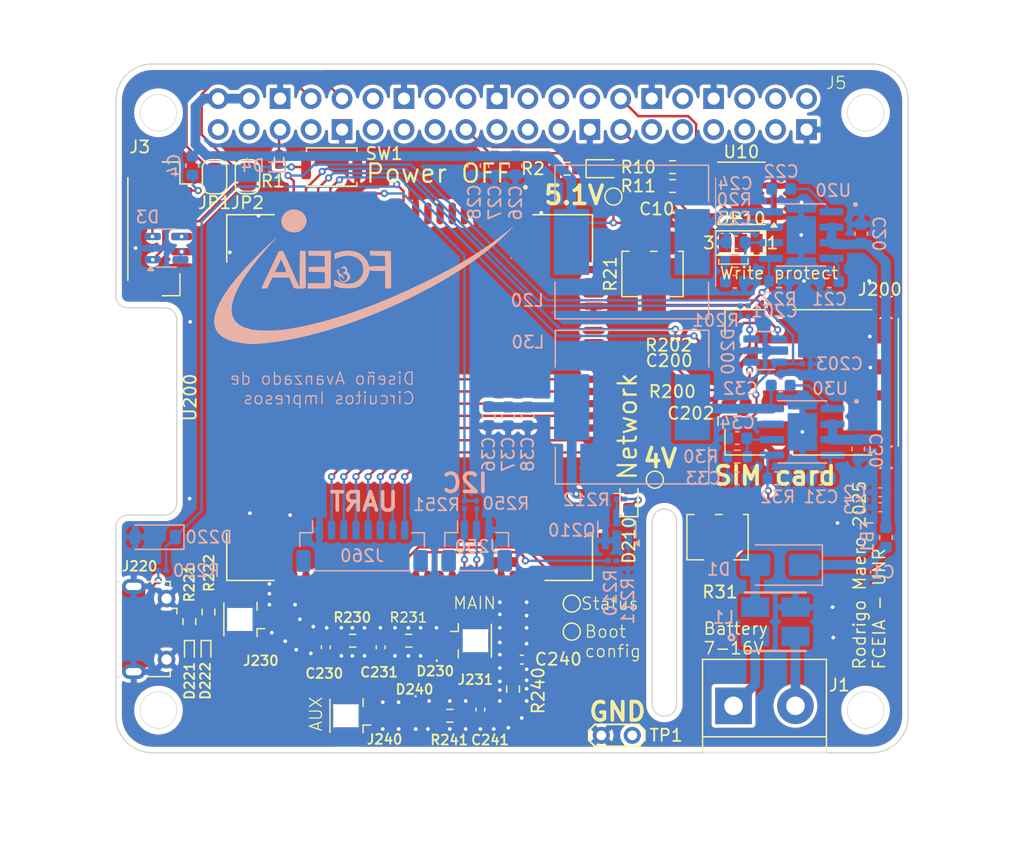
<source format=kicad_pcb>
(kicad_pcb (version 20241229) (generator "pcbnew") (generator_version "9.0")
  (layers (0 "F.Cu" signal) (2 "B.Cu" signal) (13 "F.Paste" user) (15 "B.Paste" user) (5 "F.SilkS" user "F.Silkscreen") (7 "B.SilkS" user "B.Silkscreen") (1 "F.Mask" user) (3 "B.Mask" user) (25 "Edge.Cuts" user))
  (net 0 "")
  (net 1 "GND")
  (net 2 "VCC_BATT")
  (net 3 "+5V")
  (net 4 "Net-(D1-A)")
  (net 5 "USIM_DATA")
  (net 6 "USIM_CLK")
  (net 7 "USIM_RST")
  (net 8 "USIM_VCC")
  (net 9 "Net-(U20-SS)")
  (net 10 "GPIO 3")
  (net 11 "UART0 RX")
  (net 12 "GPIO 13")
  (net 13 "UART0 TX")
  (net 14 "Net-(U20-BST)")
  (net 15 "Net-(U20-SW)")
  (net 16 "Net-(C23-Pad1)")
  (net 17 "Net-(U20-COMP)")
  (net 18 "Net-(C231-Pad1)")
  (net 19 "+5VP")
  (net 20 "Net-(C241-Pad1)")
  (net 21 "Net-(J200-RST)")
  (net 22 "Net-(J200-CLK)")
  (net 23 "GPIO 7")
  (net 24 "GPIO 10")
  (net 25 "GPIO 5")
  (net 26 "GPIO 6")
  (net 27 "GPIO 18")
  (net 28 "GPIO 16")
  (net 29 "GPIO 24")
  (net 30 "GPIO 8")
  (net 31 "GPIO 4")
  (net 32 "GPIO 9")
  (net 33 "GPIO 12")
  (net 34 "GPIO 11")
  (net 35 "GPIO 22")
  (net 36 "GPIO 19")
  (net 37 "GPIO 23")
  (net 38 "GPIO 27")
  (net 39 "Net-(J200-I{slash}O)")
  (net 40 "GPIO 25")
  (net 41 "GPIO 21")
  (net 42 "GPIO 20")
  (net 43 "GPIO 26")
  (net 44 "GPIO 17")
  (net 45 "GPIO 2")
  (net 46 "AUX_ANT")
  (net 47 "MAIN_ANT")
  (net 48 "Net-(U30-SS)")
  (net 49 "Net-(U30-SW)")
  (net 50 "Net-(U30-BST)")
  (net 51 "Net-(U30-COMP)")
  (net 52 "+4V")
  (net 53 "Net-(U30-FB)")
  (net 54 "TX_PX")
  (net 55 "RX_PX")
  (net 56 "I2C_SCL")
  (net 57 "Net-(D210-K)")
  (net 58 "VBUS")
  (net 59 "USB_D+")
  (net 60 "Net-(D230-A2)")
  (net 61 "Net-(D240-A2)")
  (net 63 "Net-(J220-VBUS)")
  (net 65 "GSM_UART_RTS")
  (net 66 "GSM_UART_DTR")
  (net 67 "GSM_UART_DCD")
  (net 68 "I2C_SDA")
  (net 69 "GSM_UART_RI")
  (net 70 "+3V3")
  (net 71 "+1V8")
  (net 72 "NET_LED")
  (net 73 "EEPROM_SDA")
  (net 74 "EEPROM_SCL")
  (net 75 "GSM_UART_CTS")
  (net 76 "GSM_UART_TX")
  (net 77 "GSM_UART_RX")
  (net 78 "Net-(JP10-C)")
  (net 79 "Net-(U20-FB)")
  (net 80 "Net-(Q210-B)")
  (net 81 "Net-(U200-BOOT_CFG0)")
  (net 82 "Net-(U200-STATUS)")
  (net 105 "GNSS_ANT")
  (net 124 "PX_I2C_SCL")
  (net 125 "PX_I2C_DA")
  (net 126 "Net-(C33-Pad1)")
  (net 127 "Net-(D2-K)")
  (net 128 "Net-(Q210-C)")
  (net 129 "Net-(D1-K)")
  (net 130 "Net-(D4-K)")
  (net 131 "USB_D-")
  (net 132 "Net-(D221-K)")
  (net 133 "Net-(D222-K)")
  (net 134 "Net-(J1-Pin_2)")
  (net 135 "Net-(J1-Pin_1)")
  (footprint "LED_SMD:LED_0603_1608Metric" (layer "F.Cu") (at 162.56 100.838)
    (property "Reference" "D2" (hide yes))
    (property "Value" "LED")
  )
  (footprint "Jumper:SolderJumper-2_P1.3mm_Bridged_RoundedPad1.0x1.5mm" (layer "F.Cu") (at 133.3 101.5 -90)
    (property "Reference" "JP2")
    (property "Value" "Jumper_2_Bridged")
  )
  (footprint "Resistor_SMD:R_0603_1608Metric" (layer "F.Cu") (at 128.532485 138 90)
    (property "Reference" "R221")
    (property "Value" "22R")
  )
  (footprint "Diode_SMD:D_0402_1005Metric" (layer "F.Cu") (at 147.0962 145.2 -90)
    (property "Reference" "D240")
    (property "Value" "SMAJ8.5CA")
  )
  (footprint "Capacitor_SMD:C_0402_1005Metric_Pad0.74x0.62mm_HandSolder" (layer "F.Cu") (at 139.724638 140.1 -90)
    (property "Reference" "C230")
    (property "Value" "C")
  )
  (footprint "TerminalBlock:TerminalBlock_bornier-2_P5.08mm" (layer "F.Cu") (at 173.17 144.9)
    (property "Reference" "J1")
    (property "Value" "Screw_Terminal_01x02")
  )
  (footprint "TestPoint:TestPoint_Pad_D1.0mm" (layer "F.Cu") (at 163.322 103.124)
    (property "Reference" "TP20" (hide yes))
    (property "Value" "TestPoint")
  )
  (footprint "Jumper:SolderJumper-2_P1.3mm_Bridged_RoundedPad1.0x1.5mm" (layer "F.Cu") (at 130.6 101.5 -90)
    (property "Reference" "JP1")
    (property "Value" "Jumper_2_Bridged")
  )
  (footprint "Resistor_SMD:R_0603_1608Metric" (layer "F.Cu") (at 130.1 137.2 90)
    (property "Reference" "R222")
    (property "Value" "22R")
  )
  (footprint "Diode_SMD:D_SOD-923" (layer "F.Cu") (at 129.9 140.4 -90)
    (property "Reference" "D222")
    (property "Value" "ESD9L5.0ST5G")
  )
  (footprint "Connector_USB:USB_Micro-B_Molex-105017-0001" (layer "F.Cu") (at 125.2 138.6 -90)
    (property "Reference" "J220")
    (property "Value" "USB_B_Micro")
  )
  (footprint "TestPoint:TestPoint_Pad_D1.0mm" (layer "F.Cu") (at 166.712643 126.347843 -90)
    (property "Reference" "TP30" (hide yes))
    (property "Value" "TestPoint")
  )
  (footprint "Resistor_SMD:R_0201_0603Metric" (layer "F.Cu") (at 170.707051 115.184298)
    (property "Reference" "R202")
    (property "Value" "22R")
  )
  (footprint "Capacitor_SMD:C_0201_0603Metric" (layer "F.Cu") (at 168.966 104.734 180)
    (property "Reference" "C10")
    (property "Value" "C")
  )
  (footprint "Package_SO:JEITA_SOIC-8_3.9x4.9mm_P1.27mm" (layer "F.Cu") (at 173.816 102.859 180)
    (property "Reference" "U10")
    (property "Value" "CAT24C128")
  )
  (footprint "Resistor_SMD:R_0603_1608Metric_Pad0.98x0.95mm_HandSolder" (layer "F.Cu") (at 141.924638 139.556433)
    (property "Reference" "R230")
    (property "Value" "0 R")
  )
  (footprint "Connector_Coaxial:U.FL_Hirose_U.FL-R-SMT-1_Vertical" (layer "F.Cu") (at 141.9 145.7125 180)
    (property "Reference" "J240")
    (property "Value" "Conn_Coaxial")
  )
  (footprint "TestPoint:TestPoint_2Pads_Pitch2.54mm_Drill0.8mm" (layer "F.Cu") (at 162.326 147.32)
    (property "Reference" "TP1")
    (property "Value" "TestPoint")
  )
  (footprint "Connector_JST:JST_GH_SM06B-GHS-TB_1x06-1MP_P1.25mm_Horizontal" (layer "F.Cu") (at 126.05 105.775 -90)
    (property "Reference" "J3")
    (property "Value" "J1_PX_Socket" (hide yes))
  )
  (footprint "Connector_Coaxial:U.FL_Hirose_U.FL-R-SMT-1_Vertical" (layer "F.Cu") (at 133.2 137.8125 180)
    (property "Reference" "J230")
    (property "Value" "Conn_Coaxial")
  )
  (footprint "Resistor_SMD:R_0603_1608Metric" (layer "F.Cu") (at 159.512 100.838 180)
    (property "Reference" "R2")
    (property "Value" "270R")
  )
  (footprint "Button_Switch_SMD:SW_Push_SPST_NO_Alps_SKRK" (layer "F.Cu") (at 140.208 100.7)
    (property "Reference" "SW1")
    (property "Value" "SW_Push")
  )
  (footprint "Connector_Card:nanoSIM_GCT_SIM8060-6-0-14-00" (layer "F.Cu") (at 179.578 118.364 90)
    (property "Reference" "J200")
    (property "Value" "SIM_Card_Shielded")
  )
  (footprint "Capacitor_SMD:C_0402_1005Metric_Pad0.74x0.62mm_HandSolder" (layer "F.Cu") (at 152.4 145.2 90)
    (property "Reference" "C241")
    (property "Value" "C")
  )
  (footprint "Diode_SMD:D_SOD-923" (layer "F.Cu") (at 128.532485 140.4 -90)
    (property "Reference" "D221")
    (property "Value" "ESD9L5.0ST5G")
  )
  (footprint "Resistor_SMD:R_0402_1005Metric" (layer "F.Cu") (at 135.89 100.076 -90)
    (property "Reference" "R1")
    (property "Value" "270R")
  )
  (footprint "TestPoint:TestPoint_Pad_D1.0mm" (layer "F.Cu") (at 159.9 138.8125)
    (property "Reference" "TP200" (hide yes))
    (property "Value" "TestPoint")
  )
  (footprint "Capacitor_SMD:C_0201_0603Metric" (layer "F.Cu") (at 170.631576 119.757914)
    (property "Reference" "C202")
    (property "Value" "22 pF")
  )
  (footprint "SIM7600:XCVR_SIM7600E" (layer "F.Cu") (at 146.6 119.6125 -90)
    (property "Reference" "U200")
    (property "Value" "SIM7600E")
  )
  (footprint "TestPoint:TestPoint_Pad_D1.0mm" (layer "F.Cu") (at 159.9 136.5125)
    (property "Reference" "TP201" (hide yes))
    (property "Value" "TestPoint")
  )
  (footprint "LED_SMD:LED_0603_1608Metric" (layer "F.Cu") (at 164.592 127.897869 90)
    (property "Reference" "D210")
    (property "Value" "LED")
  )
  (footprint "Capacitor_SMD:C_0201_0603Metric" (layer "F.Cu") (at 170.707051 116.200298)
    (property "Reference" "C200")
    (property "Value" "22 pF")
  )
  (footprint "HAT template:RPI_Hat_B+" (layer "F.Cu") (at 155 96.25)
    (property "Reference" "J5")
    (property "Value" "RPi_GPIO")
    (fp_line (start -32.5 -1) (end -32.5 15) (stroke (width 0.1)) (layer "Edge.Cuts"))
    (fp_line (start -32.5 34) (end -32.5 49.5) (stroke (width 0.1)) (layer "Edge.Cuts"))
    (fp_line (start -31.5 16) (end -28.5 16) (stroke (width 0.1)) (layer "Edge.Cuts"))
    (fp_line (start -31.5 33) (end -28.5 33) (stroke (width 0.1)) (layer "Edge.Cuts"))
    (fp_line (start -29.5 -4) (end 29.5 -4) (stroke (width 0.1)) (layer "Edge.Cuts"))
    (fp_line (start -29.5 52.5) (end 29.5 52.5) (stroke (width 0.1)) (layer "Edge.Cuts"))
    (fp_line (start -27.5 17) (end -27.5 32) (stroke (width 0.1)) (layer "Edge.Cuts"))
    (fp_line (start 11.5 33.5) (end 11.5 48.5) (stroke (width 0.1)) (layer "Edge.Cuts"))
    (fp_line (start 13.5 33.5) (end 13.5 48.5) (stroke (width 0.1)) (layer "Edge.Cuts"))
    (fp_line (start 32.5 -1) (end 32.5 49.5) (stroke (width 0.1)) (layer "Edge.Cuts"))
    (fp_arc (start -32.5 -1) (mid -31.62132 -3.12132) (end -29.5 -4) (stroke (width 0.1)) (layer "Edge.Cuts"))
    (fp_arc (start -32.5 34) (mid -32.207107 33.292893) (end -31.5 33) (stroke (width 0.1)) (layer "Edge.Cuts"))
    (fp_arc (start -31.5 16) (mid -32.207107 15.707107) (end -32.5 15) (stroke (width 0.1)) (layer "Edge.Cuts"))
    (fp_arc (start -29.5 52.5) (mid -31.62132 51.62132) (end -32.5 49.5) (stroke (width 0.1)) (layer "Edge.Cuts"))
    (fp_arc (start -28.5 16) (mid -27.792893 16.292893) (end -27.5 17) (stroke (width 0.1)) (layer "Edge.Cuts"))
    (fp_arc (start -27.5 32) (mid -27.792893 32.707107) (end -28.5 33) (stroke (width 0.1)) (layer "Edge.Cuts"))
    (fp_arc (start 11.5 33.5) (mid 12.5 32.5) (end 13.5 33.5) (stroke (width 0.1)) (layer "Edge.Cuts"))
    (fp_arc (start 13.5 48.5) (mid 12.5 49.5) (end 11.5 48.5) (stroke (width 0.1)) (layer "Edge.Cuts"))
    (fp_arc (start 29.5 -4) (mid 31.62132 -3.12132) (end 32.5 -1) (stroke (width 0.1)) (layer "Edge.Cuts"))
    (fp_arc (start 32.5 49.5) (mid 31.62132 51.62132) (end 29.5 52.5) (stroke (width 0.1)) (layer "Edge.Cuts"))
    (fp_circle (center -29 0) (end -30.500001 -0.000001) (stroke (width 0.05)) (fill no) (layer "Edge.Cuts"))
    (fp_circle (center -29 49) (end -30.500001 49.000001) (stroke (width 0.05)) (fill no) (layer "Edge.Cuts"))
    (fp_circle (center 29 0) (end 30.500001 -0.000001) (stroke (width 0.05)) (fill no) (layer "Edge.Cuts"))
    (fp_circle (center 29 49) (end 30.500001 49.000001) (stroke (width 0.05)) (fill no) (layer "Edge.Cuts"))
  )
  (footprint "Resistor_SMD:R_0603_1608Metric" (layer "F.Cu") (at 168.166 102.259)
    (property "Reference" "R11")
    (property "Value" "1 k")
  )
  (footprint "Potentiometer_SMD:Potentiometer_Bourns_3214X_Vertical" (layer "F.Cu") (at 166.624 109.474)
    (property "Reference" "R21")
    (property "Value" "200k")
  )
  (footprint "Resistor_SMD:R_0603_1608Metric_Pad0.98x0.95mm_HandSolder" (layer "F.Cu") (at 149.9 145.7125 180)
    (property "Reference" "R241")
    (property "Value" "0 R")
  )
  (footprint "Resistor_SMD:R_0603_1608Metric_Pad0.98x0.95mm_HandSolder" (layer "F.Cu") (at 155.08634 143.5235 -90)
    (property "Reference" "R240")
    (property "Value" "0 R")
  )
  (footprint "Resistor_SMD:R_0603_1608Metric_Pad0.98x0.95mm_HandSolder" (layer "F.Cu") (at 146.524638 139.556433)
    (property "Reference" "R231")
    (property "Value" "0 R")
  )
  (footprint "Jumper:SolderJumper-3_P1.3mm_Open_Pad1.0x1.5mm_NumberLabels" (layer "F.Cu") (at 173.766 106.934 180)
    (property "Reference" "JP10")
    (property "Value" "SolderJumper_3_Open")
  )
  (footprint "Capacitor_SMD:C_0402_1005Metric_Pad0.74x0.62mm_HandSolder" (layer "F.Cu") (at 155.8 141.1125)
    (property "Reference" "C240")
    (property "Value" "C")
  )
  (footprint "Diode_SMD:D_0402_1005Metric" (layer "F.Cu") (at 148.824638 140.1 90)
    (property "Reference" "D230")
    (property "Value" "SMAJ8.5CA")
  )
  (footprint "Resistor_SMD:R_0201_0603Metric" (layer "F.Cu") (at 170.631576 118.995914)
    (property "Reference" "R200")
    (property "Value" "22R")
  )
  (footprint "Resistor_SMD:R_0603_1608Metric" (layer "F.Cu") (at 168.166 100.709)
    (property "Reference" "R10")
    (property "Value" "1 k")
  )
  (footprint "Capacitor_SMD:C_0402_1005Metric_Pad0.74x0.62mm_HandSolder" (layer "F.Cu") (at 144.224638 140.1 -90)
    (property "Reference" "C231")
    (property "Value" "C")
  )
  (footprint "Connector_Coaxial:U.FL_Hirose_U.FL-R-SMT-1_Vertical" (layer "F.Cu") (at 151.474638 139.556433)
    (property "Reference" "J231")
    (property "Value" "Conn_Coaxial")
  )
  (footprint "Potentiometer_SMD:Potentiometer_Bourns_3214X_Vertical" (layer "F.Cu") (at 171.958 131.064)
    (property "Reference" "R31")
    (property "Value" "200k")
  )
  (footprint "Resistor_SMD:R_0201_0603Metric" (layer "B.Cu") (at 174.056 112.959)
    (property "Reference" "R201")
    (property "Value" "22R")
  )
  (footprint "regulador BUCK:SOIC127P600X170-9N" (layer "B.Cu") (at 178.816 122.428 180)
    (property "Reference" "U30")
    (property "Value" "AP64501SP-13")
  )
  (footprint "Capacitor_SMD:C_0402_1005Metric" (layer "B.Cu") (at 185.195285 128.608897 180)
    (property "Reference" "C3")
    (property "Value" "100 uF 16V")
  )
  (footprint "Capacitor_SMD:C_0603_1608Metric" (layer "B.Cu") (at 180.34 126.238 180)
    (property "Reference" "C31")
    (property "Value" "10 nF")
  )
  (footprint "Capacitor_SMD:C_0603_1608Metric" (layer "B.Cu") (at 181.025 110.075 180)
    (property "Reference" "C21")
    (property "Value" "10 nF")
  )
  (footprint "Capacitor_SMD:C_0603_1608Metric" (layer "B.Cu") (at 153.086 121.133 -90)
    (property "Reference" "C36")
    (property "Value" "22 uF")
  )
  (footprint "Resistor_SMD:R_0603_1608Metric" (layer "B.Cu") (at 176.784 126.238)
    (property "Reference" "R32")
    (property "Value" "22.1 k")
  )
  (footprint "Package_TO_SOT_SMD:SOT-23" (layer "B.Cu") (at 163.6 130.4 90)
    (property "Reference" "Q210")
    (property "Value" "Q_NPN")
  )
  (footprint "Inductor_SMD:L_12x12mm_H8mm" (layer "B.Cu") (at 164.825 106.85 180)
    (property "Reference" "L20")
    (property "Value" "3.6uH")
  )
  (footprint "Resistor_SMD:R_0201_0603Metric" (layer "B.Cu") (at 126.303946 133.805835)
    (property "Reference" "R220")
    (property "Value" "0R")
  )
  (footprint "Capacitor_SMD:C_0603_1608Metric" (layer "B.Cu") (at 154.686 121.158 -90)
    (property "Reference" "C37")
    (property "Value" "22 uF")
  )
  (footprint "Package_TO_SOT_SMD:SOT-23-5" (layer "B.Cu") (at 175.768 115.758)
    (property "Reference" "D200")
    (property "Value" "ESDS304")
  )
  (footprint "Capacitor_SMD:C_0603_1608Metric" (layer "B.Cu") (at 177.075 102.5 180)
    (property "Reference" "C22")
    (property "Value" "100nF")
  )
  (footprint "Capacitor_SMD:C_0603_1608Metric" (layer "B.Cu") (at 173.482 126.238)
    (property "Reference" "C33")
    (property "Value" "2.7 nF")
  )
  (footprint "Resistor_SMD:R_0201_0603Metric" (layer "B.Cu") (at 163.9 127.937073 180)
    (property "Reference" "R212")
    (property "Value" "300R")
  )
  (footprint "Resistor_SMD:R_0603_1608Metric" (layer "B.Cu") (at 173.32 108.41 180)
    (property "Reference" "R20")
    (property "Value" "15.8 k")
  )
  (footprint "Resistor_SMD:R_0201_0603Metric" (layer "B.Cu") (at 151.1 128.4 -90)
    (property "Reference" "R251")
    (property "Value" "2.2 k")
  )
  (footprint "Capacitor_SMD:C_0402_1005Metric" (layer "B.Cu") (at 185.195285 127.379226 180)
    (property "Reference" "C2")
    (property "Value" "100 nF")
  )
  (footprint "regulador BUCK:SOIC127P600X170-9N" (layer "B.Cu") (at 178.725 106.275 180)
    (property "Reference" "U20")
    (property "Value" "AP64501SP-13" (hide yes))
  )
  (footprint "Capacitor_SMD:C_0402_1005Metric" (layer "B.Cu") (at 184.052237 133.927733 -90)
    (property "Reference" "C1")
    (property "Value" "100 nF")
  )
  (footprint "Package_TO_SOT_SMD:SOT-23-5" (layer "B.Cu") (at 126.666293 107.350279)
    (property "Reference" "D3")
    (property "Value" "ESDS304")
  )
  (footprint "Capacitor_SMD:C_0603_1608Metric" (layer "B.Cu") (at 153.592 100.584 -90)
    (property "Reference" "C27")
    (property "Value" "22 uF")
  )
  (footprint "Resistor_SMD:R_0201_0603Metric" (layer "B.Cu") (at 163.2 133)
    (property "Reference" "R210")
    (property "Value" "10 k")
  )
  (footprint "Connector_JST:JST_SH_BM08B-SRSS-TB_1x08-1MP_P1.00mm_Vertical" (layer "B.Cu") (at 142.700097 131.811472)
    (property "Reference" "J260")
    (property "Value" "Conn_01x08_Socket")
  )
  (footprint "Capacitor_SMD:C_0603_1608Metric" (layer "B.Cu") (at 177.038 118.618 180)
    (property "Reference" "C32")
    (property "Value" "100nF")
  )
  (footprint "Capacitor_SMD:C_0201_0603Metric" (layer "B.Cu") (at 174.056 112.085)
    (property "Reference" "C201")
    (property "Value" "22 pF")
  )
  (footprint "Capacitor_SMD:C_0603_1608Metric" (layer "B.Cu") (at 173.28 110.11)
    (property "Reference" "C23")
    (property "Value" "2.7 nF")
  )
  (footprint "Capacitor_SMD:C_0603_1608Metric" (layer "B.Cu") (at 151.892 100.584 -90)
    (property "Reference" "C28")
    (property "Value" "22 uF")
  )
  (footprint "Resistor_SMD:R_0201_0603Metric" (layer "B.Cu") (at 164.5 133.3 90)
    (property "Reference" "R211")
    (property "Value" "10 k")
  )
  (footprint "Capacitor_SMD:C_0603_1608Metric" (layer "B.Cu") (at 155.292 100.584 -90)
    (property "Reference" "C26")
    (property "Value" "22 uF")
  )
  (footprint "Resistor_SMD:R_0603_1608Metric" (layer "B.Cu") (at 173.482 124.46 180)
    (property "Reference" "R30")
    (property "Value" "15.8 k")
  )
  (footprint "Resistor_SMD:R_0201_0603Metric" (layer "B.Cu") (at 152.1 128.4 -90)
    (property "Reference" "R250")
    (property "Value" "2.2 k")
  )
  (footprint "Capacitor_SMD:C_0603_1608Metric" (layer "B.Cu") (at 183.398735 123.823212 -90)
    (property "Reference" "C30")
    (property "Value" "10 uF")
  )
  (footprint "Capacitor_SMD:C_0603_1608Metric" (layer "B.Cu") (at 156.286 121.158 -90)
    (property "Reference" "C38")
    (property "Value" "22 uF")
  )
  (footprint "Common mode CHOKE:FIL_SRF0504-191Y" (layer "B.Cu") (at 176.6 138)
    (property "Reference" "L1")
    (property "Value" "SRF0504-191Y")
  )
  (footprint "Inductor_SMD:L_12x12mm_H8mm" (layer "B.Cu") (at 164.846 120.396 180)
    (property "Reference" "L30")
    (property "Value" "3.6uH")
  )
  (footprint "Capacitor_SMD:C_0603_1608Metric" (layer "B.Cu") (at 183.642 106.172 90)
    (property "Reference" "C20")
    (property "Value" "10 uF")
  )
  (footprint "Resistor_SMD:R_0603_1608Metric" (layer "B.Cu") (at 176.91 110.07)
    (property "Reference" "R22")
    (property "Value" "22.1 k")
  )
  (footprint "Diode_SMD:D_SMA" (layer "B.Cu") (at 176.95 133.35 180)
    (property "Reference" "D1")
    (property "Value" "D")
  )
  (footprint "Connector_JST:JST_SH_BM03B-SRSS-TB_1x03-1MP_P1.00mm_Vertical" (layer "B.Cu") (at 152.1 131.8)
    (property "Reference" "J250")
    (property "Value" "Conn_01x03_Socket")
  )
  (footprint "Diode_SMD:D_SOD-123" (layer "B.Cu") (at 125.73 131.064 180)
    (property "Reference" "D220")
    (property "Value" "MMSZ5231BT1G")
  )
  (footprint "Diode_SMD:D_SOD-923" (layer "B.Cu") (at 135.537909 100.697747 180)
    (property "Reference" "D4")
    (property "Value" "MMSZ5231BT1G")
  )
  (footprint "Inductor_SMD:L_0603_1608Metric" (layer "B.Cu") (at 185.674 131.097591 90)
    (property "Reference" "FB1")
    (property "Value" "MPZ1608S300ATAH0")
  )
  (footprint "Capacitor_SMD:C_0201_0603Metric" (layer "B.Cu") (at 179.136 116.84)
    (property "Reference" "C203")
    (property "Value" "100 nF")
  )
  (footprint "Capacitor_SMD:C_0603_1608Metric" (layer "B.Cu") (at 173.35 106.88 180)
    (property "Reference" "C24")
    (property "Value" "33 pF")
  )
  (footprint "Capacitor_SMD:C_0603_1608Metric" (layer "B.Cu") (at 128.778 100.584 -90)
    (property "Reference" "C4")
    (property "Value" "100pF" (hide yes))
  )
  (footprint "Capacitor_SMD:C_0603_1608Metric" (layer "B.Cu") (at 173.482 122.936 180)
    (property "Reference" "C34")
    (property "Value" "33 pF")
  )
  (footprint "LOGO" (layer "B.Cu") (at 143.044403 110.125922 180)
    (property "Reference" "G***" (hide yes))
    (property "Value" "LOGO" (hide yes))
  )
  (gr_line (start 174.358 108.658) (end 174.358 108.208) (stroke (width 0.1)) (layer "F.SilkS"))
  (gr_line (start 171.958 108.658) (end 174.358 108.658) (stroke (width 0.1)) (layer "F.SilkS"))
  (gr_line (start 171.958 108.658) (end 171.958 108.258) (stroke (width 0.1)) (layer "F.SilkS"))
  (gr_line (start 171.704 101.6) (end 171.704 105.41) (stroke (width 0.1)) (layer "B.SilkS"))
  (gr_line (start 171.704 106.172) (end 171.704 110.49) (stroke (width 0.1)) (layer "B.SilkS"))
  (gr_text "SIM card" (at 171.4 126.9 0) (layer "F.SilkS") (effects (font (size 1.5 1.5) (thickness 0.3) (bold yes)) (justify left bottom)))
  (gr_text "Network" (at 165.354 126.492 90) (layer "F.SilkS") (effects (font (size 1.5 1.5) (thickness 0.1875)) (justify left bottom)))
  (gr_text "Write protect" (at 171.958 109.982 0) (layer "F.SilkS") (effects (font (size 1 1) (thickness 0.125)) (justify left bottom)))
  (gr_text "MAIN" (at 150.1 137.05 0) (layer "F.SilkS") (effects (font (size 1 1) (thickness 0.1)) (justify left bottom)))
  (gr_text "Status" (at 160.6 137.1 0) (layer "F.SilkS") (effects (font (size 1 1) (thickness 0.1)) (justify left bottom)))
  (gr_text "Battery\n7-16V" (at 170.63 140.759392 0) (layer "F.SilkS") (effects (font (size 1 1) (thickness 0.125)) (justify left bottom)))
  (gr_text "5.1V" (at 157.48 103.886 0) (layer "F.SilkS") (effects (font (size 1.5 1.5) (thickness 0.3) (bold yes)) (justify left bottom)))
  (gr_text "GND" (at 161.169783 146.25308 0) (layer "F.SilkS") (effects (font (size 1.5 1.5) (thickness 0.3) (bold yes)) (justify left bottom)))
  (gr_text "AUX" (at 139.5 147.0625 90) (layer "F.SilkS") (effects (font (size 1 1) (thickness 0.1)) (justify left bottom)))
  (gr_text "Rodrigo Maero 2025\nFCEIA - UNR" (at 185.7 142 90) (layer "F.SilkS") (effects (font (size 1 1) (thickness 0.125)) (justify left bottom)))
  (gr_text "Boot\nconfig" (at 160.9 141 0) (layer "F.SilkS") (effects (font (size 1 1) (thickness 0.1)) (justify left bottom)))
  (gr_text "Power OFF" (at 142.908 102.1 0) (layer "F.SilkS") (effects (font (size 1.5 1.5) (thickness 0.1875)) (justify left bottom)))
  (gr_text "4V" (at 165.608 125.476 0) (layer "F.SilkS") (effects (font (size 1.5 1.5) (thickness 0.3) (bold yes)) (justify left bottom)))
  (gr_text "Diseño Avanzado de\nCircuitos Impresos" (at 147.1 120.25 0) (layer "B.SilkS") (effects (font (size 1 1) (thickness 0.1)) (justify left bottom mirror)))
  (gr_text "UART" (at 145.796 129.032 0) (layer "B.SilkS") (effects (font (size 1.5 1.5) (thickness 0.3) (bold yes)) (justify left bottom mirror)))
  (gr_text "I2C" (at 153.162 127.508 0) (layer "B.SilkS") (effects (font (size 1.5 1.5) (thickness 0.3) (bold yes)) (justify left bottom mirror)))
  (segment (start 161.38 97.628) (end 161.442 97.628) (width 0.2) (layer "F.Cu") (net 1))
  (segment (start 161.38 97.62) (end 161.38 97.628) (width 0.2) (layer "F.Cu") (net 1))
  (via (at 141.9 140.8) (size 0.6) (drill 0.3) (layers "F.Cu" "B.Cu") (net 1))
  (via (at 156.2 136.4) (size 0.6) (drill 0.3) (layers "F.Cu" "B.Cu") (net 1))
  (via (at 154 142.9) (size 0.6) (drill 0.3) (layers "F.Cu" "B.Cu") (net 1))
  (via (at 147.5 138.5) (size 0.6) (drill 0.3) (layers "F.Cu" "B.Cu") (net 1))
  (via (at 131.85 107.7) (size 0.6) (drill 0.3) (layers "F.Cu" "B.Cu") (net 1))
  (via (at 145.4 138.5) (size 0.6) (drill 0.3) (layers "F.Cu" "B.Cu") (net 1))
  (via (at 151.2 144.5) (size 0.6) (drill 0.3) (layers "F.Cu" "B.Cu") (net 1))
  (via (at 184.4 117.15) (size 0.6) (drill 0.3) (layers "F.Cu" "B.Cu") (net 1))
  (via (at 156.2 138.5) (size 0.6) (drill 0.3) (layers "F.Cu" "B.Cu") (net 1))
  (via (at 141.9 138.5) (size 0.6) (drill 0.3) (layers "F.Cu" "B.Cu") (net 1))
  (via (at 137.6 137.8) (size 0.6) (drill 0.3) (layers "F.Cu" "B.Cu") (net 1))
  (via (at 148.8 138.5) (size 0.6) (drill 0.3) (layers "F.Cu" "B.Cu") (net 1))
  (via (at 156.2 143.5) (size 0.6) (drill 0.3) (layers "F.Cu" "B.Cu") (net 1))
  (via (at 181.3 136.8) (size 0.6) (drill 0.3) (layers "F.Cu" "B.Cu") (net 1))
  (via (at 139.8 138.5) (size 0.6) (drill 0.3) (layers "F.Cu" "B.Cu") (net 1))
  (via (at 135.1 134.9) (size 0.6) (drill 0.3) (layers "F.Cu" "B.Cu") (net 1))
  (via (at 144.2 138.5) (size 0.6) (drill 0.3) (layers "F.Cu" "B.Cu") (net 1))
  (via (at 142.9 138.5) (size 0.6) (drill 0.3) (layers "F.Cu" "B.Cu") (net 1))
  (via (at 184.35 114.6) (size 0.6) (drill 0.3) (layers "F.Cu" "B.Cu") (net 1))
  (via (at 156.2 139.8) (size 0.6) (drill 0.3) (layers "F.Cu" "B.Cu") (net 1))
  (via (at 135.3 138.9) (size 0.6) (drill 0.3) (layers "F.Cu" "B.Cu") (net 1))
  (via (at 145.7 144.6) (size 0.6) (drill 0.3) (layers "F.Cu" "B.Cu") (net 1))
  (via (at 146.5 138.5) (size 0.6) (drill 0.3) (layers "F.Cu" "B.Cu") (net 1))
  (via (at 154 138.5) (size 0.6) (drill 0.3) (layers "F.Cu" "B.Cu") (net 1))
  (via (at 135.1 135.7) (size 0.6) (drill 0.3) (layers "F.Cu" "B.Cu") (net 1))
  (via (at 156.2 141.9) (size 0.6) (drill 0.3) (layers "F.Cu" "B.Cu") (net 1))
  (via (at 178.95 110.05) (size 0.6) (drill 0.3) (layers "F.Cu" "B.Cu") (net 1))
  (via (at 147.5 140.8) (size 0.6) (drill 0.3) (layers "F.Cu" "B.Cu") (net 1))
  (via (at 152.4 146.8) (size 0.6) (drill 0.3) (layers "F.Cu" "B.Cu") (net 1))
  (via (at 154 143.6) (size 0.6) (drill 0.3) (layers "F.Cu" "B.Cu") (net 1))
  (via (at 149.9 144.5) (size 0.6) (drill 0.3) (layers "F.Cu" "B.Cu") (net 1))
  (via (at 146.5 140.8) (size 0.6) (drill 0.3) (layers "F.Cu" "B.Cu") (net 1))
  (via (at 145.7 146.8) (size 0.6) (drill 0.3) (layers "F.Cu" "B.Cu") (net 1))
  (via (at 154.7 146.7) (size 0.6) (drill 0.3) (layers "F.Cu" "B.Cu") (net 1))
  (via (at 156.2 144.5) (size 0.6) (drill 0.3) (layers "F.Cu" "B.Cu") (net 1))
  (via (at 128.6 113.4) (size 0.6) (drill 0.3) (layers "F.Cu" "B.Cu") (net 1))
  (via (at 138.5 140.6) (size 0.6) (drill 0.3) (layers "F.Cu" "B.Cu") (net 1))
  (via (at 151.2 146.8) (size 0.6) (drill 0.3) (layers "F.Cu" "B.Cu") (net 1))
  (via (at 145.4 140.8) (size 0.6) (drill 0.3) (layers "F.Cu" "B.Cu") (net 1))
  (via (at 184.3 110.05) (size 0.6) (drill 0.3) (layers "F.Cu" "B.Cu") (net 1))
  (via (at 137.2 136.6) (size 0.6) (drill 0.3) (layers "F.Cu" "B.Cu") (net 1))
  (via (at 178.725 106.275) (size 0.6) (drill 0.3) (layers "F.Cu" "B.Cu") (net 1))
  (via (at 135.1 136.6) (size 0.6) (drill 0.3) (layers "F.Cu" "B.Cu") (net 1))
  (via (at 142.9 140.8) (size 0.6) (drill 0.3) (layers "F.Cu" "B.Cu") (net 1))
  (via (at 137.3 140.3) (size 0.6) (drill 0.3) (layers "F.Cu" "B.Cu") (net 1))
  (via (at 141 138.5) (size 0.6) (drill 0.3) (layers "F.Cu" "B.Cu") (net 1))
  (via (at 181.35 139.3) (size 0.6) (drill 0.3) (layers "F.Cu" "B.Cu") (net 1))
  (via (at 148.1 146.8) (size 0.6) (drill 0.3) (layers "F.Cu" "B.Cu") (net 1))
  (via (at 156.2 142.8) (size 0.6) (drill 0.3) (layers "F.Cu" "B.Cu") (net 1))
  (via (at 136.8 129.25) (size 0.6) (drill 0.3) (layers "F.Cu" "B.Cu") (net 1))
  (via (at 154 141.8) (size 0.6) (drill 0.3) (layers "F.Cu" "B.Cu") (net 1))
  (via (at 124.116293 107.350279) (size 0.6) (drill 0.3) (layers "F.Cu" "B.Cu") (net 1))
  (via (at 157.4 104.45) (size 0.6) (drill 0.3) (layers "F.Cu" "B.Cu") (net 1))
  (via (at 128.55 127.9) (size 0.6) (drill 0.3) (layers "F.Cu" "B.Cu") (net 1))
  (via (at 149.9 146.8) (size 0.6) (drill 0.3) (layers "F.Cu" "B.Cu") (net 1))
  (via (at 154 137.4) (size 0.6) (drill 0.3) (layers "F.Cu" "B.Cu") (net 1))
  (via (at 147.1 146.8) (size 0.6) (drill 0.3) (layers "F.Cu" "B.Cu") (net 1))
  (via (at 141 140.8) (size 0.6) (drill 0.3) (layers "F.Cu" "B.Cu") (net 1))
  (via (at 134.2 104.7) (size 0.6) (drill 0.3) (layers "F.Cu" "B.Cu") (net 1))
  (via (at 153.5 146.8) (size 0.6) (drill 0.3) (layers "F.Cu" "B.Cu") (net 1))
  (via (at 154 136.4) (size 0.6) (drill 0.3) (layers "F.Cu" "B.Cu") (net 1))
  (via (at 138.7 138.4) (size 0.6) (drill 0.3) (layers "F.Cu" "B.Cu") (net 1))
  (via (at 156.2 137.5) (size 0.6) (drill 0.3) (layers "F.Cu" "B.Cu") (net 1))
  (via (at 178.816 122.428) (size 0.6) (drill 0.3) (layers "F.Cu" "B.Cu") (net 1))
  (via (at 154 139.7) (size 0.6) (drill 0.3) (layers "F.Cu" "B.Cu") (net 1))
  (via (at 148.2 144.5) (size 0.6) (drill 0.3) (layers "F.Cu" "B.Cu") (net 1))
  (via (at 154 140.7) (size 0.6) (drill 0.3) (layers "F.Cu" "B.Cu") (net 1))
  (via (at 136.4 139.6) (size 0.6) (drill 0.3) (layers "F.Cu" "B.Cu") (net 1))
  (via (at 178.75 103.6) (size 0.6) (drill 0.3) (layers "F.Cu" "B.Cu") (net 1))
  (via (at 154 144.5) (size 0.6) (drill 0.3) (layers "F.Cu" "B.Cu") (net 1))
  (via (at 155.8 145.9) (size 0.6) (drill 0.3) (layers "F.Cu" "B.Cu") (net 1))
  (via (at 144.4 144.6) (size 0.6) (drill 0.3) (layers "F.Cu" "B.Cu") (net 1))
  (via (at 144.4 146.8) (size 0.6) (drill 0.3) (layers "F.Cu" "B.Cu") (net 1))
  (via (at 181.7 129.9) (size 0.6) (drill 0.3) (layers "F.Cu" "B.Cu") (net 1))
  (via (at 133.5 129.1) (size 0.6) (drill 0.3) (layers "F.Cu" "B.Cu") (net 1))
  (segment (start 172.625 107.4) (end 172.615 107.39) (width 0.2) (layer "B.Cu") (net 1))
  (segment (start 125.528793 107.350279) (end 124.116293 107.350279) (width 0.2) (layer "B.Cu") (net 1))
  (segment (start 181.291 121.793) (end 181.291 123.063) (width 0.8) (layer "B.Cu") (net 2))
  (segment (start 181.291 123.063) (end 183.383947 123.063) (width 0.8) (layer "B.Cu") (net 2))
  (segment (start 185.675285 127.379226) (end 185.675285 123.19) (width 0.8) (layer "B.Cu") (net 2))
  (segment (start 183.398735 123.048212) (end 185.533497 123.048212) (width 0.8) (layer "B.Cu") (net 2))
  (segment (start 185.675285 123.19) (end 185.675285 108.525614) (width 0.8) (layer "B.Cu") (net 2))
  (segment (start 185.675285 108.525614) (end 184.195 107.045329) (width 0.8) (layer "B.Cu") (net 2))
  (segment (start 181.2 105.64) (end 181.2 106.91) (width 0.8) (layer "B.Cu") (net 2))
  (segment (start 184.195 107.045329) (end 181.335329 107.045329) (width 0.8) (layer "B.Cu") (net 2))
  (segment (start 183.383947 123.063) (end 183.398735 123.048212) (width 0.8) (layer "B.Cu") (net 2))
  (segment (start 181.296414 123.057586) (end 181.291 123.063) (width 0.8) (layer "B.Cu") (net 2))
  (segment (start 185.533497 123.048212) (end 185.675285 123.19) (width 0.8) (layer "B.Cu") (net 2))
  (segment (start 185.675285 127.379226) (end 185.675285 128.608897) (width 0.8) (layer "B.Cu") (net 2))
  (segment (start 185.674 128.610182) (end 185.675285 128.608897) (width 0.8) (layer "B.Cu") (net 2))
  (segment (start 185.674 130.310091) (end 185.674 128.610182) (width 0.8) (layer "B.Cu") (net 2))
  (segment (start 166.13 105.28) (end 167.774 106.924) (width 0.2) (layer "F.Cu") (net 3))
  (segment (start 163.3475 103.0985) (end 163.322 103.124) (width 0.2) (layer "F.Cu") (net 3))
  (segment (start 163.322 103.124) (end 163.322 105.28) (width 0.2) (layer "F.Cu") (net 3))
  (segment (start 130.9 95.088) (end 130.822 95.088) (width 1.1) (layer "F.Cu") (net 3))
  (segment (start 163.3475 100.838) (end 163.3475 103.0985) (width 0.2) (layer "F.Cu") (net 3))
  (segment (start 163.322 105.28) (end 166.13 105.28) (width 0.2) (layer "F.Cu") (net 3))
  (via (at 163.322 105.28) (size 0.6) (drill 0.3) (layers "F.Cu" "B.Cu") (net 3))
  (segment (start 130 99.8) (end 150.21 99.8) (width 0.8) (layer "B.Cu") (net 3))
  (segment (start 159.875 101.709) (end 159.875 106.85) (width 0.8) (layer "B.Cu") (net 3))
  (segment (start 130.9 95.088) (end 129.702 95.088) (width 0.8) (layer "B.Cu") (net 3))
  (segment (start 130.9 95.088) (end 133.44 95.088) (width 0.8) (layer "B.Cu") (net 3))
  (segment (start 151.892 99.809) (end 153.592 99.809) (width 0.8) (layer "B.Cu") (net 3))
  (segment (start 128.778 99.568) (end 129.273 99.073) (width 0.2) (layer "B.Cu") (net 3))
  (segment (start 150.21 99.8) (end 150.219 99.809) (width 0.8) (layer "B.Cu") (net 3))
  (segment (start 128.778 99.809) (end 128.778 99.568) (width 0.2) (layer "B.Cu") (net 3))
  (segment (start 163.322 105.28) (end 161.41 105.28) (width 0.2) (layer "B.Cu") (net 3))
  (segment (start 153.592 99.809) (end 155.292 99.809) (width 0.8) (layer "B.Cu") (net 3))
  (segment (start 159.875 106.815) (end 159.875 106.85) (width 0.2) (layer "B.Cu") (net 3))
  (segment (start 155.292 99.809) (end 157.975 99.809) (width 0.8) (layer "B.Cu") (net 3))
  (segment (start 129.032 95.758) (end 129.032 98.832) (width 0.8) (layer "B.Cu") (net 3))
  (segment (start 129.702 95.088) (end 129.032 95.758) (width 0.8) (layer "B.Cu") (net 3))
  (segment (start 150.219 99.809) (end 151.892 99.809) (width 0.8) (layer "B.Cu") (net 3))
  (segment (start 161.41 105.28) (end 159.875 106.815) (width 0.2) (layer "B.Cu") (net 3))
  (segment (start 129.273 99.073) (end 130 99.8) (width 0.8) (layer "B.Cu") (net 3))
  (segment (start 157.975 99.809) (end 159.875 101.709) (width 0.8) (layer "B.Cu") (net 3))
  (segment (start 129.032 98.832) (end 129.273 99.073) (width 0.8) (layer "B.Cu") (net 3))
  (segment (start 174.95 133.35) (end 174.95 136.8) (width 0.8) (layer "B.Cu") (net 4))
  (segment (start 140.1 102.47) (end 140.1 104.5125) (width 0.2) (layer "F.Cu") (net 5))
  (segment (start 170.387051 115.184298) (end 170.387051 116.200298) (width 0.2) (layer "F.Cu") (net 5))
  (segment (start 140.843 101.753) (end 140.817 101.753) (width 0.2) (layer "F.Cu") (net 5))
  (segment (start 170.387051 115.015051) (end 169.926 114.554) (width 0.2) (layer "F.Cu") (net 5))
  (segment (start 170.387051 115.184298) (end 170.387051 115.015051) (width 0.2) (layer "F.Cu") (net 5))
  (segment (start 140.817 101.753) (end 140.1 102.47) (width 0.2) (layer "F.Cu") (net 5))
  (via (at 140.843 101.753) (size 0.6) (drill 0.3) (layers "F.Cu" "B.Cu") (net 5))
  (via (at 169.926 114.554) (size 0.6) (drill 0.3) (layers "F.Cu" "B.Cu") (net 5))
  (segment (start 158.75 114.554) (end 168.172768 114.554) (width 0.2) (layer "B.Cu") (net 5))
  (segment (start 168.631232 114.554) (end 169.926 114.554) (width 0.2) (layer "B.Cu") (net 5))
  (segment (start 168.172768 114.554) (end 168.173768 114.555) (width 0.2) (layer "B.Cu") (net 5))
  (segment (start 168.173768 114.555) (end 168.630232 114.555) (width 0.2) (layer "B.Cu") (net 5))
  (segment (start 145.75 101.554) (end 158.75 114.554) (width 0.2) (layer "B.Cu") (net 5))
  (segment (start 141.016 101.554) (end 145.75 101.554) (width 0.2) (layer "B.Cu") (net 5))
  (segment (start 168.630232 114.555) (end 168.631232 114.554) (width 0.2) (layer "B.Cu") (net 5))
  (segment (start 140.843 101.753) (end 140.843 101.727) (width 0.2) (layer "B.Cu") (net 5))
  (segment (start 140.843 101.727) (end 141.016 101.554) (width 0.2) (layer "B.Cu") (net 5))
  (segment (start 138.1 102.47111) (end 138.1 104.5125) (width 0.2) (layer "F.Cu") (net 6))
  (segment (start 139.423668 101.147442) (end 138.1 102.47111) (width 0.2) (layer "F.Cu") (net 6))
  (segment (start 139.423668 101.069668) (end 139.423668 101.147442) (width 0.2) (layer "F.Cu") (net 6))
  (via (at 139.423668 101.069668) (size 0.6) (drill 0.3) (layers "F.Cu" "B.Cu") (net 6))
  (segment (start 146.318 100.852) (end 157.551 112.085) (width 0.2) (layer "B.Cu") (net 6))
  (segment (start 157.551 112.085) (end 173.736 112.085) (width 0.2) (layer "B.Cu") (net 6))
  (segment (start 139.71911 100.852) (end 146.318 100.852) (width 0.2) (layer "B.Cu") (net 6))
  (segment (start 173.736 112.959) (end 173.736 112.085) (width 0.2) (layer "B.Cu") (net 6))
  (segment (start 139.501442 101.069668) (end 139.71911 100.852) (width 0.2) (layer "B.Cu") (net 6))
  (segment (start 139.423668 101.069668) (end 139.501442 101.069668) (width 0.2) (layer "B.Cu") (net 6))
  (segment (start 139.954 101.6) (end 139.1 102.454) (width 0.2) (layer "F.Cu") (net 7))
  (segment (start 168.402 117.086338) (end 170.311576 118.995914) (width 0.2) (layer "F.Cu") (net 7))
  (segment (start 170.311576 118.995914) (end 170.311576 119.757914) (width 0.2) (layer "F.Cu") (net 7))
  (segment (start 168.402 114.004) (end 168.402 117.086338) (width 0.2) (layer "F.Cu") (net 7))
  (segment (start 139.1 102.454) (end 139.1 104.5125) (width 0.2) (layer "F.Cu") (net 7))
  (via (at 168.402 114.004) (size 0.6) (drill 0.3) (layers "F.Cu" "B.Cu") (net 7))
  (via (at 139.954 101.6) (size 0.6) (drill 0.3) (layers "F.Cu" "B.Cu") (net 7))
  (segment (start 146.161 101.203) (end 158.962 114.004) (width 0.2) (layer "B.Cu") (net 7))
  (segment (start 158.962 114.004) (end 168.402 114.004) (width 0.2) (layer "B.Cu") (net 7))
  (segment (start 140.351 101.203) (end 146.161 101.203) (width 0.2) (layer "B.Cu") (net 7))
  (segment (start 139.954 101.6) (end 140.351 101.203) (width 0.2) (layer "B.Cu") (net 7))
  (segment (start 174.376 121.534) (end 172.778 121.534) (width 0.2) (layer "F.Cu") (net 8))
  (segment (start 137.1 101.866428) (end 136.631559 101.397987) (width 0.2) (layer "F.Cu") (net 8))
  (segment (start 175.057 120.853) (end 174.376 121.534) (width 0.2) (layer "F.Cu") (net 8))
  (segment (start 175.006 119.38) (end 175.057 119.431) (width 0.2) (layer "F.Cu") (net 8))
  (segment (start 175.057 119.431) (end 175.057 120.853) (width 0.2) (layer "F.Cu") (net 8))
  (segment (start 137.1 104.5125) (end 137.1 101.866428) (width 0.2) (layer "F.Cu") (net 8))
  (via (at 136.631559 101.397987) (size 0.6) (drill 0.3) (layers "F.Cu" "B.Cu") (net 8))
  (via (at 175.006 119.38) (size 0.6) (drill 0.3) (layers "F.Cu" "B.Cu") (net 8))
  (segment (start 138.767 100.501) (end 146.729 100.501) (width 0.2) (layer "B.Cu") (net 8))
  (segment (start 137.870013 101.397987) (end 138.767 100.501) (width 0.2) (layer "B.Cu") (net 8))
  (segment (start 176.9055 116.708) (end 175.006 118.6075) (width 0.2) (layer "B.Cu") (net 8))
  (segment (start 146.729 100.501) (end 157.862 111.634) (width 0.2) (layer "B.Cu") (net 8))
  (segment (start 177.0375 116.84) (end 176.9055 116.708) (width 0.2) (layer "B.Cu") (net 8))
  (segment (start 136.631559 101.397987) (end 137.870013 101.397987) (width 0.2) (layer "B.Cu") (net 8))
  (segment (start 175.006 118.6075) (end 175.006 119.38) (width 0.2) (layer "B.Cu") (net 8))
  (segment (start 178.816 116.84) (end 178.054 116.84) (width 0.2) (layer "B.Cu") (net 8))
  (segment (start 157.862 111.634) (end 175.151232 111.634) (width 0.2) (layer "B.Cu") (net 8))
  (segment (start 175.151232 111.634) (end 178.054 114.536768) (width 0.2) (layer "B.Cu") (net 8))
  (segment (start 178.054 114.536768) (end 178.054 116.84) (width 0.2) (layer "B.Cu") (net 8))
  (segment (start 178.054 116.84) (end 177.0375 116.84) (width 0.2) (layer "B.Cu") (net 8))
  (segment (start 181.8 108.78) (end 181.2 108.18) (width 0.2) (layer "B.Cu") (net 9))
  (segment (start 181.8 110.075) (end 181.8 108.78) (width 0.2) (layer "B.Cu") (net 9))
  (segment (start 135.89 99.566) (end 135.89 97.718) (width 0.2) (layer "F.Cu") (net 10))
  (segment (start 135.89 97.718) (end 135.98 97.628) (width 0.2) (layer "F.Cu") (net 10))
  (segment (start 141.06 95.088) (end 138.872 92.9) (width 0.2) (layer "F.Cu") (net 11))
  (segment (start 128.3 94.7) (end 128.3 99) (width 0.2) (layer "F.Cu") (net 11))
  (segment (start 128.3 99) (end 130.15 100.85) (width 0.2) (layer "F.Cu") (net 11))
  (segment (start 138.872 92.9) (end 130.1 92.9) (width 0.2) (layer "F.Cu") (net 11))
  (segment (start 130.1 92.9) (end 128.3 94.7) (width 0.2) (layer "F.Cu") (net 11))
  (segment (start 130.15 100.85) (end 130.6 100.85) (width 0.2) (layer "F.Cu") (net 11))
  (segment (start 137.158 93.726) (end 130.556 93.726) (width 0.2) (layer "F.Cu") (net 13))
  (segment (start 138.52 95.088) (end 137.158 93.726) (width 0.2) (layer "F.Cu") (net 13))
  (segment (start 130.556 93.726) (end 129.54 94.742) (width 0.2) (layer "F.Cu") (net 13))
  (segment (start 129.54 94.742) (end 129.54 98.044) (width 0.2) (layer "F.Cu") (net 13))
  (segment (start 129.54 98.044) (end 132.346 100.85) (width 0.2) (layer "F.Cu") (net 13))
  (segment (start 132.346 100.85) (end 133.3 100.85) (width 0.2) (layer "F.Cu") (net 13))
  (segment (start 177.85 102.5) (end 179.33 102.5) (width 0.2) (layer "B.Cu") (net 14))
  (segment (start 179.33 102.5) (end 181.2 104.37) (width 0.2) (layer "B.Cu") (net 14))
  (segment (start 176.25 104.37) (end 172.255 104.37) (width 0.6) (layer "B.Cu") (net 15))
  (segment (start 176.3 102.5) (end 176.3 104.32) (width 0.2) (layer "B.Cu") (net 15))
  (segment (start 176.3 104.32) (end 176.25 104.37) (width 0.2) (layer "B.Cu") (net 15))
  (segment (start 172.255 104.37) (end 169.775 106.85) (width 0.6) (layer "B.Cu") (net 15))
  (segment (start 172.505 110.11) (end 172.505 108.42) (width 0.2) (layer "B.Cu") (net 16))
  (segment (start 174.275 106.91) (end 174.245 106.88) (width 0.2) (layer "B.Cu") (net 17))
  (segment (start 174.245 106.88) (end 174.245 107.37) (width 0.2) (layer "B.Cu") (net 17))
  (segment (start 174.375 106.91) (end 174.195 107.09) (width 0.2) (layer "B.Cu") (net 17))
  (segment (start 174.245 107.37) (end 174.265 107.39) (width 0.2) (layer "B.Cu") (net 17))
  (segment (start 176.25 106.91) (end 174.375 106.91) (width 0.2) (layer "B.Cu") (net 17))
  (segment (start 174.125 106.88) (end 174.125 107.9) (width 0.2) (layer "B.Cu") (net 17))
  (segment (start 145.612138 139.556433) (end 142.837138 139.556433) (width 0.65) (layer "F.Cu") (net 18))
  (segment (start 129.26 102.63) (end 127.92 102.63) (width 0.2) (layer "F.Cu") (net 19))
  (segment (start 127.92 102.63) (end 127.9 102.65) (width 0.2) (layer "F.Cu") (net 19))
  (via (at 129.26 102.63) (size 0.6) (drill 0.3) (layers "F.Cu" "B.Cu") (net 19))
  (segment (start 128.8 101.325) (end 128.8 102.17) (width 0.2) (layer "B.Cu") (net 19))
  (segment (start 128.8 102.17) (end 129.26 102.63) (width 0.2) (layer "B.Cu") (net 19))
  (segment (start 153.96018 145.7235) (end 150.8125 145.7235) (width 0.65) (layer "F.Cu") (net 20))
  (arc (start 154.711 145.4125) (mid 154.366521 145.642674) (end 153.96018 145.7235) (width 0.65) (layer "F.Cu") (net 20))
  (arc (start 155.111 144.446815) (mid 155.007043 144.96944) (end 154.711 145.4125) (width 0.65) (layer "F.Cu") (net 20))
  (segment (start 172.778 118.994) (end 170.95349 118.994) (width 0.2) (layer "F.Cu") (net 21))
  (segment (start 173.378 118.994) (end 174.498 117.874) (width 0.2) (layer "F.Cu") (net 21))
  (segment (start 174.498 117.874) (end 174.498 117.348) (width 0.2) (layer "F.Cu") (net 21))
  (segment (start 170.95349 118.994) (end 170.951576 118.995914) (width 0.2) (layer "F.Cu") (net 21))
  (segment (start 172.778 118.994) (end 173.378 118.994) (width 0.2) (layer "F.Cu") (net 21))
  (via (at 174.498 117.348) (size 0.6) (drill 0.3) (layers "F.Cu" "B.Cu") (net 21))
  (segment (start 174.498 117.348) (end 174.498 116.8405) (width 0.2) (layer "B.Cu") (net 21))
  (segment (start 174.498 116.8405) (end 174.6305 116.708) (width 0.2) (layer "B.Cu") (net 21))
  (segment (start 174.498 115.334) (end 174.498 114.046) (width 0.2) (layer "F.Cu") (net 22))
  (segment (start 172.778 116.454) (end 173.378 116.454) (width 0.2) (layer "F.Cu") (net 22))
  (segment (start 173.378 116.454) (end 174.498 115.334) (width 0.2) (layer "F.Cu") (net 22))
  (via (at 174.498 114.046) (size 0.6) (drill 0.3) (layers "F.Cu" "B.Cu") (net 22))
  (segment (start 174.498 114.046) (end 174.498 114.6755) (width 0.2) (layer "B.Cu") (net 22))
  (segment (start 174.498 114.6755) (end 174.6305 114.808) (width 0.2) (layer "B.Cu") (net 22))
  (segment (start 174.498 113.081) (end 174.376 112.959) (width 0.2) (layer "B.Cu") (net 22))
  (segment (start 174.498 114.046) (end 174.498 113.081) (width 0.2) (layer "B.Cu") (net 22))
  (segment (start 174.017 113.495) (end 176.233 113.495) (width 0.2) (layer "F.Cu") (net 39))
  (segment (start 172.777702 115.184298) (end 172.778 115.184) (width 0.2) (layer "F.Cu") (net 39))
  (segment (start 172.778 115.184) (end 172.778 114.734) (width 0.2) (layer "F.Cu") (net 39))
  (segment (start 171.027051 115.184298) (end 172.777702 115.184298) (width 0.2) (layer "F.Cu") (net 39))
  (segment (start 172.778 114.734) (end 174.017 113.495) (width 0.2) (layer "F.Cu") (net 39))
  (segment (start 176.233 113.495) (end 176.784 114.046) (width 0.2) (layer "F.Cu") (net 39))
  (via (at 176.784 114.046) (size 0.6) (drill 0.3) (layers "F.Cu" "B.Cu") (net 39))
  (segment (start 176.784 114.046) (end 176.784 114.6865) (width 0.2) (layer "B.Cu") (net 39))
  (segment (start 176.784 114.6865) (end 176.9055 114.808) (width 0.2) (layer "B.Cu") (net 39))
  (segment (start 155.1 134.7125) (end 155.1 142.59734) (width 0.65) (layer "F.Cu") (net 46))
  (segment (start 155.1 142.59734) (end 155.08634 142.611) (width 1) (layer "F.Cu") (net 46))
  (segment (start 141.012138 139.556433) (end 138.762199 139.556433) (width 0.65) (layer "F.Cu") (net 47))
  (segment (start 136.1 136.6675) (end 136.1 134.7125) (width 0.65) (layer "F.Cu") (net 47))
  (segment (start 136.317773 137.8125) (end 136.330273 137.8) (width 0.8) (layer "F.Cu") (net 47))
  (segment (start 134.25 137.8125) (end 136.317773 137.8125) (width 0.65) (layer "F.Cu") (net 47))
  (arc (start 139 139.5675) (mid 136.94939 138.71811) (end 136.1 136.6675) (width 0.65) (layer "F.Cu") (net 47))
  (segment (start 181.115 126.238) (end 181.115 124.509) (width 0.2) (layer "B.Cu") (net 48))
  (segment (start 181.115 124.509) (end 181.291 124.333) (width 0.2) (layer "B.Cu") (net 48))
  (segment (start 176.341 120.523) (end 169.923 120.523) (width 0.8) (layer "B.Cu") (net 49))
  (segment (start 176.263 120.445) (end 176.341 120.523) (width 0.2) (layer "B.Cu") (net 49))
  (segment (start 169.923 120.523) (end 169.796 120.396) (width 0.8) (layer "B.Cu") (net 49))
  (segment (start 176.263 118.618) (end 176.263 120.445) (width 0.2) (layer "B.Cu") (net 49))
  (segment (start 179.324 118.618) (end 177.813 118.618) (width 0.2) (layer "B.Cu") (net 50))
  (segment (start 181.291 120.523) (end 181.229 120.523) (width 0.2) (layer "B.Cu") (net 50))
  (segment (start 181.229 120.523) (end 179.324 118.618) (width 0.2) (layer "B.Cu") (net 50))
  (segment (start 174.307 122.986) (end 174.257 122.936) (width 0.2) (layer "B.Cu") (net 51))
  (segment (start 174.384 123.063) (end 174.257 122.936) (width 0.2) (layer "B.Cu") (net 51))
  (segment (start 174.307 124.46) (end 174.307 122.986) (width 0.2) (layer "B.Cu") (net 51))
  (segment (start 176.341 123.063) (end 174.384 123.063) (width 0.2) (layer "B.Cu") (net 51))
  (segment (start 160.274 127.508) (end 161.7 127.508) (width 0.8) (layer "F.Cu") (net 52))
  (segment (start 161.7 127.508) (end 161.7 127.1125) (width 0.6) (layer "F.Cu") (net 52))
  (segment (start 170.210037 127.11447) (end 171.70847 127.11447) (width 0.2) (layer "F.Cu") (net 52))
  (segment (start 164.592 127.110369) (end 161.702131 127.110369) (width 0.2) (layer "F.Cu") (net 52))
  (segment (start 166.712643 126.347843) (end 166.712643 127.088643) (width 0.2) (layer "F.Cu") (net 52))
  (segment (start 161.702131 127.110369) (end 161.7 127.1125) (width 0.2) (layer "F.Cu") (net 52))
  (segment (start 166.733843 127.109843) (end 170.20541 127.109843) (width 0.2) (layer "F.Cu") (net 52))
  (segment (start 166.712643 127.109843) (end 164.592526 127.109843) (width 0.2) (layer "F.Cu") (net 52))
  (segment (start 171.70847 127.11447) (end 173.108 128.514) (width 0.2) (layer "F.Cu") (net 52))
  (segment (start 166.712643 127.088643) (end 166.733843 127.109843) (width 0.2) (layer "F.Cu") (net 52))
  (segment (start 164.592526 127.109843) (end 164.592 127.110369) (width 0.2) (layer "F.Cu") (net 52))
  (segment (start 166.712643 127.109843) (end 166.733843 127.109843) (width 0.2) (layer "F.Cu") (net 52))
  (segment (start 170.20541 127.109843) (end 170.210037 127.11447) (width 0.2) (layer "F.Cu") (net 52))
  (segment (start 161.7 128.1125) (end 161.7 127.508) (width 0.6) (layer "F.Cu") (net 52))
  (via (at 160.274 127.508) (size 0.6) (drill 0.3) (layers "F.Cu" "B.Cu") (net 52))
  (segment (start 159.896 120.396) (end 159.896 127.13) (width 0.8) (layer "B.Cu") (net 52))
  (segment (start 154.635 120.409) (end 154.61 120.384) (width 0.8) (layer "B.Cu") (net 52))
  (segment (start 156.21 120.409) (end 154.635 120.409) (width 0.8) (layer "B.Cu") (net 52))
  (segment (start 159.896 120.396) (end 156.223 120.396) (width 0.8) (layer "B.Cu") (net 52))
  (segment (start 159.896 127.13) (end 160.274 127.508) (width 0.8) (layer "B.Cu") (net 52))
  (segment (start 156.223 120.396) (end 156.21 120.409) (width 0.8) (layer "B.Cu") (net 52))
  (segment (start 154.61 120.384) (end 153.01 120.384) (width 0.8) (layer "B.Cu") (net 52))
  (segment (start 171.958 133.614) (end 176.022 129.55) (width 0.2) (layer "F.Cu") (net 53))
  (segment (start 176.022 129.55) (end 176.022 127.254) (width 0.2) (layer "F.Cu") (net 53))
  (via (at 176.022 127.254) (size 0.6) (drill 0.3) (layers "F.Cu" "B.Cu") (net 53))
  (segment (start 175.959 127.191) (end 176.022 127.254) (width 0.2) (layer "B.Cu") (net 53))
  (segment (start 175.959 125.222) (end 175.959 124.715) (width 0.2) (layer "B.Cu") (net 53))
  (segment (start 175.959 124.715) (end 176.341 124.333) (width 0.2) (layer "B.Cu") (net 53))
  (segment (start 175.959 126.238) (end 175.959 125.222) (width 0.2) (layer "B.Cu") (net 53))
  (segment (start 175.959 126.238) (end 175.959 127.191) (width 0.2) (layer "B.Cu") (net 53))
  (segment (start 128.85 103.9) (end 130.6 102.15) (width 0.2) (layer "F.Cu") (net 54))
  (segment (start 127.9 103.9) (end 128.85 103.9) (width 0.2) (layer "F.Cu") (net 54))
  (segment (start 125.5 106.4) (end 125.5 104.7) (width 0.2) (layer "F.Cu") (net 54))
  (segment (start 126.3 103.9) (end 127.9 103.9) (width 0.2) (layer "F.Cu") (net 54))
  (segment (start 125.5 104.7) (end 126.3 103.9) (width 0.2) (layer "F.Cu") (net 54))
  (via (at 125.5 106.4) (size 0.6) (drill 0.3) (layers "F.Cu" "B.Cu") (net 54))
  (segment (start 125.500279 106.400279) (end 125.5 106.4) (width 0.2) (layer "B.Cu") (net 54))
  (segment (start 125.528793 106.400279) (end 125.500279 106.400279) (width 0.2) (layer "B.Cu") (net 54))
  (segment (start 126.4 105.800001) (end 126.4 107.429072) (width 0.2) (layer "F.Cu") (net 55))
  (segment (start 132.35 102.15) (end 133.3 102.15) (width 0.2) (layer "F.Cu") (net 55))
  (segment (start 127.050001 105.15) (end 126.4 105.800001) (width 0.2) (layer "F.Cu") (net 55))
  (segment (start 127.9 105.15) (end 129.35 105.15) (width 0.2) (layer "F.Cu") (net 55))
  (segment (start 126.4 107.429072) (end 125.528793 108.300279) (width 0.2) (layer "F.Cu") (net 55))
  (segment (start 129.35 105.15) (end 132.35 102.15) (width 0.2) (layer "F.Cu") (net 55))
  (segment (start 127.9 105.15) (end 127.050001 105.15) (width 0.2) (layer "F.Cu") (net 55))
  (via (at 125.528793 108.300279) (size 0.6) (drill 0.3) (layers "F.Cu" "B.Cu") (net 55))
  (segment (start 151.1 134.7125) (end 151.1 133.0125) (width 0.2) (layer "F.Cu") (net 56))
  (segment (start 151.1 133.0125) (end 151.1 132.9) (width 0.2) (layer "F.Cu") (net 56))
  (via (at 151.1 132.9) (size 0.6) (drill 0.3) (layers "F.Cu" "B.Cu") (net 56))
  (segment (start 151.1 132.9) (end 151.1 130.975) (width 0.2) (layer "B.Cu") (net 56))
  (segment (start 151 130.483264) (end 151.060877 130.544141) (width 0.2) (layer "B.Cu") (net 56))
  (segment (start 151.1 130.475) (end 151.1 128.72) (width 0.2) (layer "B.Cu") (net 56))
  (segment (start 151 130.875) (end 151.1 130.975) (width 0.2) (layer "B.Cu") (net 56))
  (segment (start 151.060877 132.860877) (end 151.1 132.9) (width 0.2) (layer "B.Cu") (net 56))
  (segment (start 165.354 128.016) (end 165.261369 128.016) (width 0.2) (layer "F.Cu") (net 57))
  (segment (start 165.261369 128.016) (end 164.592 128.685369) (width 0.2) (layer "F.Cu") (net 57))
  (via (at 165.354 128.016) (size 0.6) (drill 0.3) (layers "F.Cu" "B.Cu") (net 57))
  (segment (start 164.22 127.937073) (end 165.275073 127.937073) (width 0.2) (layer "B.Cu") (net 57))
  (segment (start 165.275073 127.937073) (end 165.354 128.016) (width 0.2) (layer "B.Cu") (net 57))
  (segment (start 145.534091 102.115909) (end 145.532091 102.117909) (width 0.2) (layer "F.Cu") (net 58))
  (segment (start 145.532091 102.117909) (end 145.532091 102.352091) (width 0.2) (layer "F.Cu") (net 58))
  (segment (start 146.1 102.681818) (end 145.534091 102.115909) (width 0.2) (layer "F.Cu") (net 58))
  (segment (start 146.1 104.5125) (end 146.1 102.681818) (width 0.2) (layer "F.Cu") (net 58))
  (via (at 145.534091 102.115909) (size 0.6) (drill 0.3) (layers "F.Cu" "B.Cu") (net 58))
  (segment (start 129.54 128.904) (end 127.38 131.064) (width 0.2) (layer "B.Cu") (net 58))
  (segment (start 126.623946 133.805835) (end 126.623946 131.820054) (width 0.2) (layer "B.Cu") (net 58))
  (segment (start 129.54 105.156) (end 129.54 128.904) (width 0.2) (layer "B.Cu") (net 58))
  (segment (start 145.346 102.304) (end 132.392 102.304) (width 0.2) (layer "B.Cu") (net 58))
  (segment (start 126.623946 131.820054) (end 127.38 131.064) (width 0.2) (layer "B.Cu") (net 58))
  (segment (start 132.392 102.304) (end 129.54 105.156) (width 0.2) (layer "B.Cu") (net 58))
  (segment (start 145.534091 102.115909) (end 145.346 102.304) (width 0.2) (layer "B.Cu") (net 58))
  (segment (start 144.1 104.5125) (end 144.1 105.4125) (width 0.28) (layer "F.Cu") (net 59))
  (segment (start 129.501243 135.052813) (end 129.501243 135.798837) (width 0.28) (layer "F.Cu") (net 59))
  (segment (start 134.635 129.919056) (end 129.501243 135.052813) (width 0.28) (layer "F.Cu") (net 59))
  (segment (start 129.334 136.373485) (end 128.532485 137.175) (width 0.28) (layer "F.Cu") (net 59))
  (segment (start 129.334 135.96608) (end 129.334 136.373485) (width 0.28) (layer "F.Cu") (net 59))
  (segment (start 144.385 105.960944) (end 134.635 115.710944) (width 0.28) (layer "F.Cu") (net 59))
  (segment (start 144.385 105.6975) (end 144.385 105.960944) (width 0.28) (layer "F.Cu") (net 59))
  (segment (start 134.635 115.710944) (end 134.635 129.919056) (width 0.28) (layer "F.Cu") (net 59))
  (segment (start 129.501243 135.798837) (end 129.334 135.96608) (width 0.28) (layer "F.Cu") (net 59))
  (segment (start 144.1 105.4125) (end 144.385 105.6975) (width 0.28) (layer "F.Cu") (net 59))
  (segment (start 150.424638 139.556433) (end 147.437138 139.556433) (width 0.65) (layer "F.Cu") (net 60))
  (segment (start 142.95 145.7235) (end 142.961 145.7125) (width 1) (layer "F.Cu") (net 61))
  (segment (start 142.961 145.7125) (end 148.9765 145.7125) (width 0.65) (layer "F.Cu") (net 61))
  (segment (start 125.476 136.652) (end 125.476 135.128) (width 0.2) (layer "F.Cu") (net 63))
  (segment (start 125.476 135.128) (end 125.984 134.62) (width 0.2) (layer "F.Cu") (net 63))
  (segment (start 126.124 137.3) (end 125.476 136.652) (width 0.2) (layer "F.Cu") (net 63))
  (segment (start 126.6625 137.3) (end 126.124 137.3) (width 0.2) (layer "F.Cu") (net 63))
  (via (at 125.984 134.62) (size 0.6) (drill 0.3) (layers "F.Cu" "B.Cu") (net 63))
  (segment (start 125.984 134.62) (end 125.984 133.805889) (width 0.2) (layer "B.Cu") (net 63))
  (segment (start 125.984 133.805889) (end 125.983946 133.805835) (width 0.2) (layer "B.Cu") (net 63))
  (segment (start 146.2 126.1) (end 148.1875 124.1125) (width 0.2) (layer "F.Cu") (net 65))
  (segment (start 148.1875 124.1125) (end 161.7 124.1125) (width 0.2) (layer "F.Cu") (net 65))
  (via (at 146.2 126.1) (size 0.6) (drill 0.3) (layers "F.Cu" "B.Cu") (net 65))
  (segment (start 146.2 127.375) (end 146.2 126.1) (width 0.2) (layer "B.Cu") (net 65))
  (segment (start 146.200097 130.486472) (end 146.200097 127.375097) (width 0.2) (layer "B.Cu") (net 65))
  (segment (start 146.200097 127.375097) (end 146.2 127.375) (width 0.2) (layer "B.Cu") (net 65))
  (segment (start 148.1875 118.1125) (end 161.7 118.1125) (width 0.2) (layer "F.Cu") (net 66))
  (segment (start 140.2 126.1) (end 148.1875 118.1125) (width 0.2) (layer "F.Cu") (net 66))
  (via (at 140.2 126.1) (size 0.6) (drill 0.3) (layers "F.Cu" "B.Cu") (net 66))
  (segment (start 140.2 127.375) (end 140.2 127.254) (width 0.2) (layer "B.Cu") (net 66))
  (segment (start 140.2 127.254) (end 140.2 126.1) (width 0.2) (layer "B.Cu") (net 66))
  (segment (start 140.200097 127.254097) (end 140.2 127.254) (width 0.2) (layer "B.Cu") (net 66))
  (segment (start 140.200097 130.486472) (end 140.200097 127.254097) (width 0.2) (layer "B.Cu") (net 66))
  (segment (start 142.2 126.1) (end 148.1875 120.1125) (width 0.2) (layer "F.Cu") (net 67))
  (segment (start 148.1875 120.1125) (end 161.7 120.1125) (width 0.2) (layer "F.Cu") (net 67))
  (via (at 142.2 126.1) (size 0.6) (drill 0.3) (layers "F.Cu" "B.Cu") (net 67))
  (segment (start 142.2 127.375) (end 142.2 126.1) (width 0.2) (layer "B.Cu") (net 67))
  (segment (start 142.200097 130.486472) (end 142.200097 127.375097) (width 0.2) (layer "B.Cu") (net 67))
  (segment (start 142.200097 127.375097) (end 142.2 127.375) (width 0.2) (layer "B.Cu") (net 67))
  (segment (start 152.1 134.7125) (end 152.1 132.9125) (width 0.2) (layer "F.Cu") (net 68))
  (segment (start 152.1 132.9125) (end 152.1 132.9) (width 0.2) (layer "F.Cu") (net 68))
  (via (at 152.1 132.9) (size 0.6) (drill 0.3) (layers "F.Cu" "B.Cu") (net 68))
  (segment (start 152.1 132.9) (end 152.1 130.975) (width 0.2) (layer "B.Cu") (net 68))
  (segment (start 152.1 130.475) (end 152.1 128.72) (width 0.2) (layer "B.Cu") (net 68))
  (segment (start 143.2 126.1) (end 148.1875 121.1125) (width 0.2) (layer "F.Cu") (net 69))
  (segment (start 148.1875 121.1125) (end 161.7 121.1125) (width 0.2) (layer "F.Cu") (net 69))
  (via (at 143.2 126.1) (size 0.6) (drill 0.3) (layers "F.Cu" "B.Cu") (net 69))
  (segment (start 143.2 127.375) (end 143.2 126.1) (width 0.2) (layer "B.Cu") (net 69))
  (segment (start 143.200097 130.486472) (end 143.200097 127.375097) (width 0.2) (layer "B.Cu") (net 69))
  (segment (start 143.200097 127.375097) (end 143.2 127.375) (width 0.2) (layer "B.Cu") (net 69))
  (segment (start 153.021 99.429) (end 153.023 99.429) (width 0.2) (layer "F.Cu") (net 70))
  (segment (start 165.733 100.709) (end 167.341 100.709) (width 0.2) (layer "F.Cu") (net 70))
  (segment (start 169.286 104.204) (end 167.341 102.259) (width 0.2) (layer "F.Cu") (net 70))
  (segment (start 164.592 99.568) (end 165.733 100.709) (width 0.2) (layer "F.Cu") (net 70))
  (segment (start 167.341 100.709) (end 167.341 102.259) (width 0.2) (layer "F.Cu") (net 70))
  (segment (start 172.466 106.064) (end 172.466 106.934) (width 0.2) (layer "F.Cu") (net 70))
  (segment (start 171.166 104.764) (end 169.316 104.764) (width 0.2) (layer "F.Cu") (net 70))
  (segment (start 153.023 99.429) (end 153.162 99.568) (width 0.2) (layer "F.Cu") (net 70))
  (segment (start 153.162 99.568) (end 164.592 99.568) (width 0.2) (layer "F.Cu") (net 70))
  (segment (start 151.22 97.628) (end 153.021 99.429) (width 0.2) (layer "F.Cu") (net 70))
  (segment (start 169.286 104.734) (end 169.286 104.204) (width 0.2) (layer "F.Cu") (net 70))
  (segment (start 171.166 104.764) (end 172.466 106.064) (width 0.2) (layer "F.Cu") (net 70))
  (segment (start 142.1 104.5125) (end 142.1 103.9125) (width 0.2) (layer "F.Cu") (net 71))
  (segment (start 143.1425 102.87) (end 144.526 102.87) (width 0.2) (layer "F.Cu") (net 71))
  (segment (start 142.1 103.9125) (end 143.1425 102.87) (width 0.2) (layer "F.Cu") (net 71))
  (via (at 144.526 102.87) (size 0.6) (drill 0.3) (layers "F.Cu" "B.Cu") (net 71))
  (segment (start 151.1 128.08) (end 152.1 128.08) (width 0.2) (layer "B.Cu") (net 71))
  (segment (start 146.05 102.87) (end 144.526 102.87) (width 0.2) (layer "B.Cu") (net 71))
  (segment (start 151.1 107.92) (end 146.05 102.87) (width 0.2) (layer "B.Cu") (net 71))
  (segment (start 151.1 128.08) (end 151.1 107.92) (width 0.2) (layer "B.Cu") (net 71))
  (segment (start 156.1 133) (end 156.1 132.8) (width 0.2) (layer "F.Cu") (net 72))
  (segment (start 147.801 132.299) (end 147.1 133) (width 0.2) (layer "F.Cu") (net 72))
  (segment (start 156.1 132.8) (end 155.599 132.299) (width 0.2) (layer "F.Cu") (net 72))
  (segment (start 155.599 132.299) (end 147.801 132.299) (width 0.2) (layer "F.Cu") (net 72))
  (segment (start 147.1 133) (end 147.1 134.7125) (width 0.2) (layer "F.Cu") (net 72))
  (via (at 156.1 133) (size 0.6) (drill 0.3) (layers "F.Cu" "B.Cu") (net 72))
  (segment (start 156.1 133) (end 162.88 133) (width 0.2) (layer "B.Cu") (net 72))
  (segment (start 168.265 99.983) (end 168.991 100.709) (width 0.2) (layer "F.Cu") (net 73))
  (segment (start 171.166 100.954) (end 169.236 100.954) (width 0.2) (layer "F.Cu") (net 73))
  (segment (start 163.92 97.628) (end 166.275 99.983) (width 0.2) (layer "F.Cu") (net 73))
  (segment (start 166.275 99.983) (end 168.265 99.983) (width 0.2) (layer "F.Cu") (net 73))
  (segment (start 170.101 98.585768) (end 172.167 100.651768) (width 0.2) (layer "F.Cu") (net 74))
  (segment (start 169.45605 96.527) (end 170.101 97.17195) (width 0.2) (layer "F.Cu") (net 74))
  (segment (start 171.164232 102.259) (end 168.991 102.259) (width 0.2) (layer "F.Cu") (net 74))
  (segment (start 170.101 97.17195) (end 170.101 98.585768) (width 0.2) (layer "F.Cu") (net 74))
  (segment (start 165.359 96.527) (end 169.45605 96.527) (width 0.2) (layer "F.Cu") (net 74))
  (segment (start 172.167 101.972999) (end 171.915999 102.224) (width 0.2) (layer "F.Cu") (net 74))
  (segment (start 163.92 95.088) (end 165.359 96.527) (width 0.2) (layer "F.Cu") (net 74))
  (segment (start 172.167 100.651768) (end 172.167 101.972999) (width 0.2) (layer "F.Cu") (net 74))
  (segment (start 171.915999 102.224) (end 171.166 102.224) (width 0.2) (layer "F.Cu") (net 74))
  (segment (start 145.2 126.1) (end 148.1875 123.1125) (width 0.2) (layer "F.Cu") (net 75))
  (segment (start 148.1875 123.1125) (end 161.7 123.1125) (width 0.2) (layer "F.Cu") (net 75))
  (via (at 145.2 126.1) (size 0.6) (drill 0.3) (layers "F.Cu" "B.Cu") (net 75))
  (segment (start 145.2 127.375) (end 145.2 126.1) (width 0.2) (layer "B.Cu") (net 75))
  (segment (start 145.200097 127.375097) (end 145.2 127.375) (width 0.2) (layer "B.Cu") (net 75))
  (segment (start 145.200097 130.486472) (end 145.200097 127.375097) (width 0.2) (layer "B.Cu") (net 75))
  (segment (start 141.2 126.1) (end 148.1875 119.1125) (width 0.2) (layer "F.Cu") (net 76))
  (segment (start 148.1875 119.1125) (end 161.7 119.1125) (width 0.2) (layer "F.Cu") (net 76))
  (via (at 141.2 126.1) (size 0.6) (drill 0.3) (layers "F.Cu" "B.Cu") (net 76))
  (segment (start 141.200097 130.486472) (end 141.200097 127.375097) (width 0.2) (layer "B.Cu") (net 76))
  (segment (start 141.200097 127.375097) (end 141.2 127.375) (width 0.2) (layer "B.Cu") (net 76))
  (segment (start 141.2 127.375) (end 141.2 126.1) (width 0.2) (layer "B.Cu") (net 76))
  (segment (start 144.2 126.1) (end 148.1875 122.1125) (width 0.2) (layer "F.Cu") (net 77))
  (segment (start 148.1875 122.1125) (end 161.7 122.1125) (width 0.2) (layer "F.Cu") (net 77))
  (via (at 144.2 126.1) (size 0.6) (drill 0.3) (layers "F.Cu" "B.Cu") (net 77))
  (segment (start 144.200097 127.375097) (end 144.2 127.375) (width 0.2) (layer "B.Cu") (net 77))
  (segment (start 144.2 127.375) (end 144.2 126.1) (width 0.2) (layer "B.Cu") (net 77))
  (segment (start 144.200097 130.486472) (end 144.200097 127.375097) (width 0.2) (layer "B.Cu") (net 77))
  (segment (start 171.915999 103.494) (end 173.766 105.344001) (width 0.2) (layer "F.Cu") (net 78))
  (segment (start 173.766 105.344001) (end 173.766 106.934) (width 0.2) (layer "F.Cu") (net 78))
  (segment (start 166.624 112.024) (end 174.488 112.024) (width 0.2) (layer "F.Cu") (net 79))
  (segment (start 174.488 112.024) (end 175.514 110.998) (width 0.2) (layer "F.Cu") (net 79))
  (via (at 175.514 110.998) (size 0.6) (drill 0.3) (layers "F.Cu" "B.Cu") (net 79))
  (segment (start 176.09 108.34) (end 176.25 108.18) (width 0.2) (layer "B.Cu") (net 79))
  (segment (start 176.085 108.835) (end 176.09 108.83) (width 0.2) (layer "B.Cu") (net 79))
  (segment (start 176.09 108.83) (end 176.09 108.34) (width 0.2) (layer "B.Cu") (net 79))
  (segment (start 175.514 110.998) (end 176.085 110.427) (width 0.2) (layer "B.Cu") (net 79))
  (segment (start 176.085 110.07) (end 176.085 108.835) (width 0.2) (layer "B.Cu") (net 79))
  (segment (start 176.085 110.427) (end 176.085 110.07) (width 0.2) (layer "B.Cu") (net 79))
  (segment (start 163.52 133) (end 164.506024 133) (width 0.2) (layer "B.Cu") (net 80))
  (segment (start 164.55 130.9375) (end 164.55 132.956024) (width 0.2) (layer "B.Cu") (net 80))
  (segment (start 157.1 134.7125) (end 157.1 135.002) (width 0.2) (layer "F.Cu") (net 81))
  (segment (start 159.9 137.802) (end 159.9 138.8125) (width 0.2) (layer "F.Cu") (net 81))
  (segment (start 157.1 135.002) (end 159.9 137.802) (width 0.2) (layer "F.Cu") (net 81))
  (segment (start 145.1 134.7125) (end 145.1 135.162442) (width 0.2) (layer "F.Cu") (net 82))
  (segment (start 159.9 135.750057) (end 156.047943 131.898) (width 0.2) (layer "F.Cu") (net 82))
  (segment (start 147.3145 131.898) (end 145.1 134.1125) (width 0.2) (layer "F.Cu") (net 82))
  (segment (start 159.9 136.5125) (end 159.9 135.750057) (width 0.2) (layer "F.Cu") (net 82))
  (segment (start 156.047943 131.898) (end 147.3145 131.898) (width 0.2) (layer "F.Cu") (net 82))
  (segment (start 145.1 134.1125) (end 145.1 134.7125) (width 0.2) (layer "F.Cu") (net 82))
  (via (at 127.9 106.4) (size 0.6) (drill 0.3) (layers "F.Cu" "B.Cu") (net 124))
  (segment (start 127.803793 106.400279) (end 127.899721 106.400279) (width 0.2) (layer "B.Cu") (net 124))
  (segment (start 127.899721 106.400279) (end 127.9 106.4) (width 0.2) (layer "B.Cu") (net 124))
  (segment (start 127.9 107.65) (end 128.65 107.65) (width 0.2) (layer "F.Cu") (net 125))
  (via (at 127.9 107.65) (size 0.6) (drill 0.3) (layers "F.Cu" "B.Cu") (net 125))
  (segment (start 127.803793 108.300279) (end 127.803793 107.746207) (width 0.2) (layer "B.Cu") (net 125))
  (segment (start 127.803793 107.746207) (end 127.9 107.65) (width 0.2) (layer "B.Cu") (net 125))
  (segment (start 172.657 124.46) (end 172.657 126.188) (width 0.2) (layer "B.Cu") (net 126))
  (segment (start 172.657 126.188) (end 172.707 126.238) (width 0.2) (layer "B.Cu") (net 126))
  (segment (start 163.605683 127.937073) (end 163.605683 129.456817) (width 0.2) (layer "B.Cu") (net 128))
  (segment (start 163.605683 129.456817) (end 163.6 129.4625) (width 0.2) (layer "B.Cu") (net 128))
  (segment (start 185.674 131.885091) (end 184.209091 133.35) (width 0.8) (layer "B.Cu") (net 129))
  (segment (start 184.209091 133.35) (end 178.95 133.35) (width 0.8) (layer "B.Cu") (net 129))
  (segment (start 136.906 100.7) (end 136.004 100.7) (width 0.2) (layer "F.Cu") (net 130))
  (segment (start 136.004 100.7) (end 135.89 100.586) (width 0.2) (layer "F.Cu") (net 130))
  (segment (start 138.108 100.7) (end 136.906 100.7) (width 0.2) (layer "F.Cu") (net 130))
  (via (at 136.906 100.7) (size 0.6) (drill 0.3) (layers "F.Cu" "B.Cu") (net 130))
  (segment (start 135.957909 100.697747) (end 136.903747 100.697747) (width 0.2) (layer "B.Cu") (net 130))
  (segment (start 136.903747 100.697747) (end 136.906 100.7) (width 0.2) (layer "B.Cu") (net 130))
  (segment (start 144.815 106.139056) (end 135.065 115.889056) (width 0.28) (layer "F.Cu") (net 131))
  (segment (start 135.065 130.097168) (end 129.931243 135.230925) (width 0.28) (layer "F.Cu") (net 131))
  (segment (start 129.931243 136.206242) (end 130.1 136.375) (width 0.28) (layer "F.Cu") (net 131))
  (segment (start 135.065 115.889056) (end 135.065 130.097168) (width 0.28) (layer "F.Cu") (net 131))
  (segment (start 129.931243 135.230925) (end 129.931243 136.206242) (width 0.28) (layer "F.Cu") (net 131))
  (segment (start 145.1 105.4125) (end 144.815 105.6975) (width 0.28) (layer "F.Cu") (net 131))
  (segment (start 145.1 104.5125) (end 145.1 105.4125) (width 0.28) (layer "F.Cu") (net 131))
  (segment (start 144.815 105.6975) (end 144.815 106.139056) (width 0.28) (layer "F.Cu") (net 131))
  (segment (start 126.6625 138.6) (end 128.530443 138.6) (width 0.2) (layer "F.Cu") (net 132))
  (segment (start 128.532485 139.98) (end 128.532485 138.825) (width 0.2) (layer "F.Cu") (net 132))
  (segment (start 128.530443 138.6) (end 128.530768 138.600325) (width 0.2) (layer "F.Cu") (net 132))
  (segment (start 129.809517 137.9506) (end 129.783071 137.977046) (width 0.2) (layer "F.Cu") (net 133))
  (segment (start 129.9 138.356083) (end 129.809517 138.2656) (width 0.2) (layer "F.Cu") (net 133))
  (segment (start 129.783071 137.977046) (end 126.689546 137.977046) (width 0.2) (layer "F.Cu") (net 133))
  (segment (start 129.9 139.98) (end 129.9 138.356083) (width 0.2) (layer "F.Cu") (net 133))
  (segment (start 126.689546 137.977046) (end 126.6625 137.95) (width 0.2) (layer "F.Cu") (net 133))
  (segment (start 178.25 144.9) (end 178.25 139.2) (width 0.8) (layer "B.Cu") (net 134))
  (segment (start 174.95 139.2) (end 174.95 143.12) (width 0.8) (layer "B.Cu") (net 135))
  (segment (start 174.95 143.12) (end 173.17 144.9) (width 0.8) (layer "B.Cu") (net 135))
  (zone (net 0) (net_name "") (layer "F.Cu") (connect_pads yes (clearance 0)) (min_thickness 0.25)
    (keepout (tracks allowed) (vias allowed) (pads allowed) (copperpour not_allowed) (footprints allowed))
    (fill (thermal_gap 0.5) (thermal_bridge_width 0.5) (island_removal_mode 1) (island_area_min 10))
    (polygon (pts (xy 130.89 95) (xy 130.97 97.61) (xy 179.14 97.7) (xy 179.14 94.83)))
  )
  (zone (net 1) (net_name "GND") (layers "F.Cu" "B.Cu") (connect_pads (clearance 0.3)) (min_thickness 0.25) (fill yes (thermal_gap 0.3) (thermal_bridge_width 0.5) (island_removal_mode 2) (island_area_min 50))
    (polygon (pts (xy 116.5 87) (xy 197 87.5) (xy 196.5 156.5) (xy 113 156)))
  )
)
</source>
